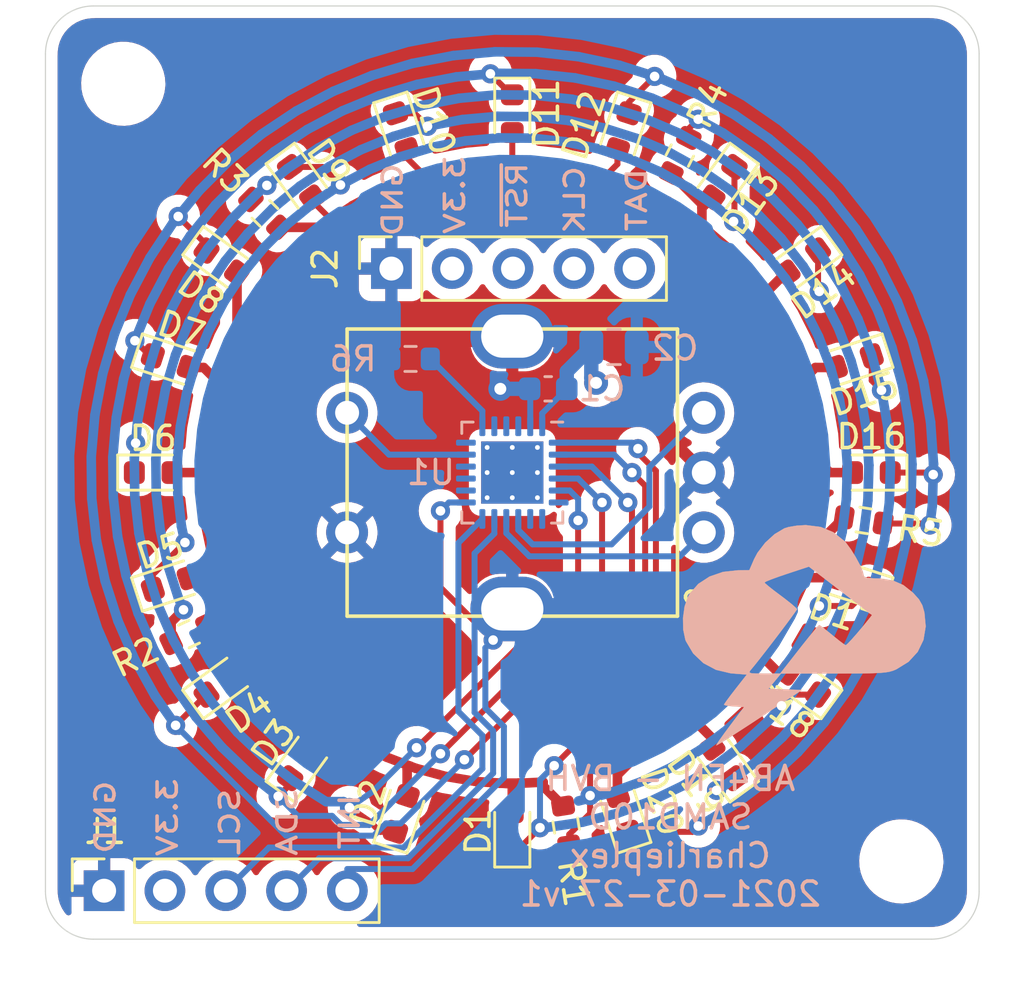
<source format=kicad_pcb>
(kicad_pcb (version 20210424) (generator pcbnew)
  (layers (0 "F.Cu" signal) (1 "In1.Cu" signal) (2 "In2.Cu" signal) (31 "B.Cu" signal) (34 "B.Paste" user) (35 "F.Paste" user) (36 "B.SilkS" user "B.Silkscreen") (37 "F.SilkS" user "F.Silkscreen") (38 "B.Mask" user) (39 "F.Mask" user) (44 "Edge.Cuts" user))
  (net 0 "")
  (net 1 "/B_Col")
  (net 2 "/C_Col")
  (net 3 "A")
  (net 4 "B")
  (net 5 "C")
  (net 6 "/D_Col")
  (net 7 "GND")
  (net 8 "+3V3")
  (net 9 "D")
  (net 10 "E")
  (net 11 "/E_Col")
  (net 12 "/A_Col")
  (net 15 "I2C_SDA")
  (net 16 "I2C_SCL")
  (net 17 "SWDIO")
  (net 18 "INT")
  (net 25 "ENC_B")
  (net 26 "ENC_A")
  (net 27 "ENC_SW")
  (net 28 "SWCLK")
  (net 29 "~RESET")
  (footprint "LED_SMD:LED_0603_1608Metric" (layer "F.Cu") (at 154.635254 85.734152 -108)
    (fp_text reference "D12")
    (fp_text value "LED")
  )
  (footprint "LED_SMD:LED_0603_1608Metric" (layer "F.Cu") (at 150 115 90)
    (fp_text reference "D1")
    (fp_text value "LED")
  )
  (footprint "LED_SMD:LED_0603_1608Metric" (layer "F.Cu") (at 150 85 -90)
    (fp_text reference "D11")
    (fp_text value "LED")
  )
  (footprint "MountingHole:MountingHole_2.5mm" (layer "F.Cu") (at 133.75 83.75)
    (fp_text reference "H1" hide)
    (fp_text value "MountingHole")
  )
  (footprint "LED_SMD:LED_0603_1608Metric" (layer "F.Cu") (at 135.734152 95.364745 -18)
    (fp_text reference "D7")
    (fp_text value "LED")
  )
  (footprint "LED_SMD:LED_0603_1608Metric" (layer "F.Cu") (at 154.635254 114.265847 108)
    (fp_text reference "D20")
    (fp_text value "LED")
  )
  (footprint "LED_SMD:LED_0603_1608Metric" (layer "F.Cu") (at 162.135254 108.816778 144)
    (fp_text reference "D18")
    (fp_text value "LED")
  )
  (footprint "LED_SMD:LED_0603_1608Metric" (layer "F.Cu") (at 135.734152 104.635254 18)
    (fp_text reference "D5")
    (fp_text value "LED")
  )
  (footprint "LED_SMD:LED_0603_1608Metric" (layer "F.Cu") (at 164.265847 104.635254 162)
    (fp_text reference "D17")
    (fp_text value "LED")
  )
  (footprint "LED_SMD:LED_0603_1608Metric" (layer "F.Cu") (at 158.816778 112.135254 126)
    (fp_text reference "D19")
    (fp_text value "LED")
  )
  (footprint "Resistor_SMD:R_0603_1608Metric" (layer "F.Cu") (at 136.497704 106.75 25)
    (fp_text reference "R2")
    (fp_text value "R_Small")
  )
  (footprint "LED_SMD:LED_0603_1608Metric" (layer "F.Cu") (at 141.183221 87.864745 -54)
    (fp_text reference "D9")
    (fp_text value "LED")
  )
  (footprint "Resistor_SMD:R_0603_1608Metric" (layer "F.Cu") (at 152.25 114.75 99)
    (fp_text reference "R1")
    (fp_text value "R_Small")
  )
  (footprint "LED_SMD:LED_0603_1608Metric" (layer "F.Cu") (at 164.265847 95.364745 -162)
    (fp_text reference "D15")
    (fp_text value "LED")
  )
  (footprint "LED_SMD:LED_0603_1608Metric" (layer "F.Cu") (at 137.864745 91.183221 -36)
    (fp_text reference "D8")
    (fp_text value "LED")
  )
  (footprint "Resistor_SMD:R_0603_1608Metric" (layer "F.Cu") (at 164.675 102 171)
    (fp_text reference "R5")
    (fp_text value "R_Small")
  )
  (footprint "LED_SMD:LED_0603_1608Metric" (layer "F.Cu") (at 135 100)
    (fp_text reference "D6")
    (fp_text value "LED")
  )
  (footprint "Connector_PinSocket_2.54mm:PinSocket_1x05_P2.54mm_Vertical" (layer "F.Cu") (at 132.95 117.475 90)
    (fp_text reference "J1")
    (fp_text value "Conn_01x05")
  )
  (footprint "LED_SMD:LED_0603_1608Metric" (layer "F.Cu") (at 145.364745 114.265847 72)
    (fp_text reference "D2")
    (fp_text value "LED")
  )
  (footprint "LED_SMD:LED_0603_1608Metric" (layer "F.Cu") (at 162.135254 91.183221 -144)
    (fp_text reference "D14")
    (fp_text value "LED")
  )
  (footprint "Resistor_SMD:R_0603_1608Metric" (layer "F.Cu") (at 157 86.75 -117)
    (fp_text reference "R4")
    (fp_text value "R_Small")
  )
  (footprint "LED_SMD:LED_0603_1608Metric" (layer "F.Cu") (at 141.183221 112.135254 54)
    (fp_text reference "D3")
    (fp_text value "LED")
  )
  (footprint "Resistor_SMD:R_0603_1608Metric" (layer "F.Cu") (at 139.666637 89.166637 -45)
    (fp_text reference "R3")
    (fp_text value "R_Small")
  )
  (footprint "Connector_PinSocket_2.54mm:PinSocket_1x05_P2.54mm_Vertical" (layer "F.Cu") (at 144.95 91.475 90)
    (fp_text reference "J2")
    (fp_text value "Conn_01x05")
  )
  (footprint "MountingHole:MountingHole_2.5mm" (layer "F.Cu") (at 166.25 116.25)
    (fp_text reference "H2" hide)
    (fp_text value "MountingHole")
  )
  (footprint "LED_SMD:LED_0603_1608Metric" (layer "F.Cu") (at 165 100 180)
    (fp_text reference "D16")
    (fp_text value "LED")
  )
  (footprint "BVH_Logos:SkyIron_logo_Back" (layer "F.Cu") (at 161.524279 106.791727)
    (fp_text reference "G***" hide)
    (fp_text value "LOGO" hide)
  )
  (footprint "LED_SMD:LED_0603_1608Metric" (layer "F.Cu") (at 137.864745 108.816778 36)
    (fp_text reference "D4")
    (fp_text value "LED")
  )
  (footprint "LED_SMD:LED_0603_1608Metric" (layer "F.Cu") (at 145.364745 85.734152 -72)
    (fp_text reference "D10")
    (fp_text value "LED")
  )
  (footprint "LED_SMD:LED_0603_1608Metric" (layer "F.Cu") (at 158.816778 87.864745 -126)
    (fp_text reference "D13")
    (fp_text value "LED")
  )
  (footprint "BVH_Switches:Rotary_Encoder_W_Switch" (layer "F.Cu") (at 150 100)
    (fp_text reference "S1")
    (fp_text value "ROTARY_ENCODER_W_SPST")
  )
  (footprint "Package_DFN_QFN:QFN-24-1EP_4x4mm_P0.5mm_EP2.6x2.6mm_ThermalVias" (layer "B.Cu") (at 150 100 180)
    (fp_text reference "U1")
    (fp_text value "ATSAMD10D13A-M")
  )
  (footprint "Resistor_SMD:R_0603_1608Metric" (layer "B.Cu") (at 145.75 95.25)
    (fp_text reference "R6")
    (fp_text value "1k")
  )
  (footprint "Capacitor_SMD:C_0603_1608Metric" (layer "B.Cu") (at 151.5 96.5 180)
    (fp_text reference "C1")
    (fp_text value "0.1uF")
  )
  (footprint "Capacitor_SMD:C_0805_2012Metric" (layer "B.Cu") (at 154.25 94.75)
    (fp_text reference "C2")
    (fp_text value "10uF")
  )
  (gr_arc (start 167.5 82.5) (end 169.5 82.5) (angle -90) (layer "Edge.Cuts") (width 0.05))
  (gr_line (start 130.5 117.5) (end 130.5 82.5) (layer "Edge.Cuts") (width 0.05))
  (gr_arc (start 132.5 82.5) (end 132.5 80.5) (angle -90) (layer "Edge.Cuts") (width 0.05))
  (gr_arc (start 132.5 117.5) (end 130.5 117.5) (angle -90) (layer "Edge.Cuts") (width 0.05))
  (gr_arc (start 167.5 117.5) (end 167.5 119.5) (angle -90) (layer "Edge.Cuts") (width 0.05))
  (gr_line (start 132.5 80.5) (end 167.5 80.5) (layer "Edge.Cuts") (width 0.05))
  (gr_line (start 167.5 119.5) (end 132.5 119.5) (layer "Edge.Cuts") (width 0.05))
  (gr_line (start 169.5 82.5) (end 169.5 117.5) (layer "Edge.Cuts") (width 0.05))
  (gr_text "3.3V" (at 147.6 88.4 90) (layer "B.SilkS") (effects (font (size 0.8 1)) (justify mirror)))
  (gr_text "CLK" (at 152.6 88.6 90) (layer "B.SilkS") (effects (font (size 0.8 1)) (justify mirror)))
  (gr_text "DAT" (at 155.2 88.6 90) (layer "B.SilkS") (effects (font (size 0.8 1)) (justify mirror)))
  (gr_text "GND" (at 145 88.6 90) (layer "B.SilkS") (effects (font (size 0.8 1)) (justify mirror)))
  (gr_text "SDA" (at 140.6 114.6 90) (layer "B.SilkS") (effects (font (size 0.8 1)) (justify mirror)))
  (gr_text "AB4EN - BVH\nSAMD10D\nCharlieplex\n2021-03-27 v1" (at 156.6 115.2) (layer "B.SilkS") (effects (font (size 1 1)) (justify mirror)))
  (gr_text "~RST" (at 150.2 88.4 90) (layer "B.SilkS") (effects (font (size 0.8 1)) (justify mirror)))
  (gr_text "3.3V" (at 135.6 114.4 90) (layer "B.SilkS") (effects (font (size 0.8 1)) (justify mirror)))
  (gr_text "GND" (at 133 114.4 90) (layer "B.SilkS") (effects (font (size 0.8 1)) (justify mirror)))
  (gr_text "INT" (at 143.2 114.6 90) (layer "B.SilkS") (effects (font (size 0.8 1)) (justify mirror)))
  (gr_text "SCL" (at 138.2 114.6 90) (layer "B.SilkS") (effects (font (size 0.8 1)) (justify mirror)))
  (segment (start 137.832772 106.167228) (end 137.59866 106.40134) (width 0.4) (layer "F.Cu") (net 1))
  (segment locked (start 137.108096 95.608096) (end 137.610313 96.110313) (width 0.4) (layer "F.Cu") (net 1))
  (segment locked (start 137.168062 102.083428) (end 137.024605 100.799021) (width 0.4) (layer "F.Cu") (net 1))
  (segment locked (start 137.01502 99.98498) (end 137.009389 99.506717) (width 0.4) (layer "F.Cu") (net 1))
  (segment locked (start 137.36301 96.94946) (end 137.610313 96.110313) (width 0.4) (layer "F.Cu") (net 1))
  (segment locked (start 137.608097 104.391903) (end 137.733082 104.266918) (width 0.4) (layer "F.Cu") (net 1))
  (segment locked (start 136.483109 95.608096) (end 137.108096 95.608096) (width 0.4) (layer "F.Cu") (net 1))
  (segment locked (start 137.832772 104.577977) (end 137.733082 104.266918) (width 0.4) (layer "F.Cu") (net 1))
  (segment (start 138.501846 93.979028) (end 138.490437 93.990437) (width 0.4) (layer "F.Cu") (net 1))
  (segment locked (start 135.7875 100) (end 137 100) (width 0.4) (layer "F.Cu") (net 1))
  (segment (start 138.490437 93.990437) (end 138.818084 93.36946) (width 0.4) (layer "F.Cu") (net 1))
  (segment locked (start 137.122563 98.219289) (end 137.36301 96.94946) (width 0.4) (layer "F.Cu") (net 1))
  (segment (start 137.832772 104.577977) (end 137.832772 106.167228) (width 0.4) (layer "F.Cu") (net 1))
  (segment locked (start 137.610313 96.110313) (end 137.728353 95.70978) (width 0.4) (layer "F.Cu") (net 1))
  (segment locked (start 137.009389 99.506717) (end 137.122563 98.219289) (width 0.4) (layer "F.Cu") (net 1))
  (segment locked (start 137.733082 104.266918) (end 137.438341 103.347243) (width 0.4) (layer "F.Cu") (net 1))
  (segment locked (start 137.438341 103.347243) (end 137.168062 102.083428) (width 0.4) (layer "F.Cu") (net 1))
  (segment locked (start 137.024605 100.799021) (end 137.01502 99.98498) (width 0.4) (layer "F.Cu") (net 1))
  (segment locked (start 137 100) (end 137.01502 99.98498) (width 0.4) (layer "F.Cu") (net 1))
  (segment locked (start 136.483109 104.391903) (end 137.608097 104.391903) (width 0.4) (layer "F.Cu") (net 1))
  (segment locked (start 137.728353 95.70978) (end 138.21498 94.512502) (width 0.4) (layer "F.Cu") (net 1))
  (segment (start 138.501846 91.646102) (end 138.501846 93.979028) (width 0.4) (layer "F.Cu") (net 1))
  (segment (start 138.21498 94.512502) (end 138.490437 93.990437) (width 0.4) (layer "F.Cu") (net 1))
  (segment (start 137.59866 106.40134) (end 137.245408 106.40134) (width 0.4) (layer "F.Cu") (net 1))
  (segment locked (start 152.044314 87.161772) (end 153.308947 87.428199) (width 0.4) (layer "F.Cu") (net 2))
  (segment locked (start 141.646102 88.646102) (end 142.437177 89.437177) (width 0.25) (layer "F.Cu") (net 2))
  (segment locked (start 145.608096 86.483109) (end 145.608096 86.858096) (width 0.25) (layer "F.Cu") (net 2))
  (segment (start 142.065324 89.75) (end 140.25 89.75) (width 0.4) (layer "F.Cu") (net 2))
  (segment locked (start 145.672403 87.741484) (end 146.303425 87.553425) (width 0.4) (layer "F.Cu") (net 2))
  (segment locked (start 150 85.7875) (end 150 87) (width 0.25) (layer "F.Cu") (net 2))
  (segment (start 142.260084 89.55524) (end 142.065324 89.75) (width 0.4) (layer "F.Cu") (net 2))
  (segment locked (start 154.391903 87.108097) (end 153.888127 87.611873) (width 0.25) (layer "F.Cu") (net 2))
  (segment locked (start 145.608096 86.858096) (end 146.303425 87.553425) (width 0.25) (layer "F.Cu") (net 2))
  (segment locked (start 142.437177 89.437177) (end 143.335415 88.838342) (width 0.4) (layer "F.Cu") (net 2))
  (segment locked (start 149.467132 87.010952) (end 149.984533 87.015467) (width 0.4) (layer "F.Cu") (net 2))
  (segment locked (start 143.335415 88.838342) (end 144.476614 88.231758) (width 0.4) (layer "F.Cu") (net 2))
  (segment locked (start 154.391903 86.483109) (end 154.391903 87.108097) (width 0.25) (layer "F.Cu") (net 2))
  (segment locked (start 142.260084 89.55524) (end 142.437177 89.437177) (width 0.4) (layer "F.Cu") (net 2))
  (segment locked (start 146.303425 87.553425) (end 146.910964 87.372365) (width 0.4) (layer "F.Cu") (net 2))
  (segment locked (start 150.759476 87.02223) (end 152.044314 87.161772) (width 0.4) (layer "F.Cu") (net 2))
  (segment locked (start 146.910964 87.372365) (end 148.180054 87.128049) (width 0.4) (layer "F.Cu") (net 2))
  (segment locked (start 153.308947 87.428199) (end 153.888127 87.611873) (width 0.4) (layer "F.Cu") (net 2))
  (segment locked (start 150 87) (end 149.984533 87.015467) (width 0.25) (layer "F.Cu") (net 2))
  (segment locked (start 149.984533 87.015467) (end 150.759476 87.02223) (width 0.4) (layer "F.Cu") (net 2))
  (segment locked (start 144.476614 88.231758) (end 145.672403 87.741484) (width 0.4) (layer "F.Cu") (net 2))
  (segment locked (start 148.180054 87.128049) (end 149.467132 87.010952) (width 0.4) (layer "F.Cu") (net 2))
  (segment (start 155.25 109.386424) (end 155.25 110) (width 0.25) (layer "F.Cu") (net 3))
  (segment locked (start 159.279659 87.227644) (end 159.279659 89.470341) (width 0.25) (layer "F.Cu") (net 3))
  (segment (start 155.25 99.176983) (end 156.000009 99.926992) (width 0.25) (layer "F.Cu") (net 3))
  (segment locked (start 140.72034 87.227644) (end 142.070646 87.227644) (width 0.25) (layer "F.Cu") (net 3))
  (segment (start 153.25 114.25) (end 153.25 113.5) (width 0.25) (layer "F.Cu") (net 3))
  (segment (start 156.000009 108.636415) (end 155.25 109.386424) (width 0.25) (layer "F.Cu") (net 3))
  (segment (start 155.25 110) (end 153.25 112) (width 0.25) (layer "F.Cu") (net 3))
  (segment locked (start 164.174727 105.575273) (end 162.825273 105.575273) (width 0.25) (layer "F.Cu") (net 3))
  (segment (start 155.25 99) (end 155.25 99.176983) (width 0.25) (layer "F.Cu") (net 3))
  (segment locked (start 164.871395 104.878605) (end 164.174727 105.575273) (width 0.25) (layer "F.Cu") (net 3))
  (segment (start 156.000009 99.926992) (end 156.000009 108.636415) (width 0.25) (layer "F.Cu") (net 3))
  (segment locked (start 142.070646 87.227644) (end 142.822754 87.979752) (width 0.25) (layer "F.Cu") (net 3))
  (segment (start 153.25 113.5) (end 153.221401 113.471401) (width 0.25) (layer "F.Cu") (net 3))
  (segment locked (start 134.985195 104.264805) (end 136.326396 102.923604) (width 0.25) (layer "F.Cu") (net 3))
  (segment (start 153.25 112) (end 153.25 113.5) (width 0.25) (layer "F.Cu") (net 3))
  (segment locked (start 159.279659 89.470341) (end 159.243935 89.506065) (width 0.25) (layer "F.Cu") (net 3))
  (segment (start 152.379058 115.120942) (end 153.25 114.25) (width 0.25) (layer "F.Cu") (net 3))
  (segment locked (start 134.985195 104.878605) (end 134.985195 104.264805) (width 0.25) (layer "F.Cu") (net 3))
  (segment (start 152.379058 115.564843) (end 152.379058 115.120942) (width 0.25) (layer "F.Cu") (net 3))
  (via (at 153.25 113.5) (size 0.8) (drill 0.4) (layers "F.Cu" "B.Cu") (net 3))
  (via (at 155.25 99) (size 0.8) (drill 0.4) (layers "F.Cu" "B.Cu") (net 3))
  (via locked (at 142.822754 87.979752) (size 0.8) (drill 0.4) (layers "F.Cu" "B.Cu") (net 3))
  (via locked (at 136.326396 102.923604) (size 0.8) (drill 0.4) (layers "F.Cu" "B.Cu") (net 3))
  (via locked (at 162.825273 105.575273) (size 0.8) (drill 0.4) (layers "F.Cu" "B.Cu") (net 3))
  (via locked (at 159.243935 89.506065) (size 0.8) (drill 0.4) (layers "F.Cu" "B.Cu") (net 3))
  (segment locked (start 149.426142 86.011795) (end 150.817897 86.02394) (width 0.4) (layer "B.Cu") (net 3))
  (segment locked (start 163.664327 96.952814) (end 163.899364 98.324633) (width 0.4) (layer "B.Cu") (net 3))
  (segment locked (start 153.563482 86.461138) (end 154.890175 86.881868) (width 0.4) (layer "B.Cu") (net 3))
  (segment locked (start 155.423776 112.906658) (end 154.115443 113.381416) (width 0.4) (layer "B.Cu") (net 3))
  (segment locked (start 136.390934 96.714803) (end 136.78438 95.379763) (width 0.4) (layer "B.Cu") (net 3))
  (segment locked (start 163.015129 105.15806) (end 162.825273 105.575273) (width 0.4) (layer "B.Cu") (net 3))
  (segment locked (start 163.956356 101.104224) (end 163.777747 102.484525) (width 0.4) (layer "B.Cu") (net 3))
  (segment locked (start 160.555727 90.803489) (end 161.416706 91.897037) (width 0.4) (layer "B.Cu") (net 3))
  (segment locked (start 158.530332 88.898981) (end 159.243935 89.506065) (width 0.4) (layer "B.Cu") (net 3))
  (segment locked (start 144.051738 87.326508) (end 145.339511 86.798521) (width 0.4) (layer "B.Cu") (net 3))
  (segment locked (start 136.18099 102.243691) (end 136.026498 100.860484) (width 0.4) (layer "B.Cu") (net 3))
  (segment (start 151.9375 98.75) (end 155 98.75) (width 0.25) (layer "B.Cu") (net 3))
  (segment locked (start 162.825273 105.575273) (end 162.438658 106.424871) (width 0.4) (layer "B.Cu") (net 3))
  (segment locked (start 150.817897 86.02394) (end 152.201569 86.174216) (width 0.4) (layer "B.Cu") (net 3))
  (segment locked (start 152.201569 86.174216) (end 153.563482 86.461138) (width 0.4) (layer "B.Cu") (net 3))
  (segment locked (start 146.673346 86.401008) (end 148.040059 86.137899) (width 0.4) (layer "B.Cu") (net 3))
  (segment locked (start 154.890175 86.881868) (end 156.168537 87.43225) (width 0.4) (layer "B.Cu") (net 3))
  (segment locked (start 142.822754 87.979752) (end 144.051738 87.326508) (width 0.4) (layer "B.Cu") (net 3))
  (segment locked (start 145.339511 86.798521) (end 146.673346 86.401008) (width 0.4) (layer "B.Cu") (net 3))
  (segment locked (start 156.168537 87.43225) (end 157.385934 88.106843) (width 0.4) (layer "B.Cu") (net 3))
  (segment locked (start 157.867226 111.580411) (end 156.678504 112.304339) (width 0.4) (layer "B.Cu") (net 3))
  (segment locked (start 136.026498 100.860484) (end 136.010111 99.468772) (width 0.4) (layer "B.Cu") (net 3))
  (segment locked (start 140.589037 89.635012) (end 141.664705 88.751797) (width 0.4) (layer "B.Cu") (net 3))
  (segment locked (start 159.590423 89.800834) (end 160.555727 90.803489) (width 0.4) (layer "B.Cu") (net 3))
  (segment locked (start 163.899364 98.324633) (end 163.997029 99.71301) (width 0.4) (layer "B.Cu") (net 3))
  (segment locked (start 136.010111 99.468772) (end 136.131991 98.082311) (width 0.4) (layer "B.Cu") (net 3))
  (segment locked (start 163.777747 102.484525) (end 163.462968 103.84027) (width 0.4) (layer "B.Cu") (net 3))
  (segment locked (start 159.243935 89.506065) (end 159.590423 89.800834) (width 0.4) (layer "B.Cu") (net 3))
  (segment locked (start 139.606381 90.620667) (end 140.589037 89.635012) (width 0.4) (layer "B.Cu") (net 3))
  (segment locked (start 160.000425 109.797483) (end 158.978193 110.742031) (width 0.4) (layer "B.Cu") (net 3))
  (segment locked (start 137.30844 94.090387) (end 137.957936 92.859418) (width 0.4) (layer "B.Cu") (net 3))
  (segment locked (start 160.92382 108.756102) (end 160.000425 109.797483) (width 0.4) (layer "B.Cu") (net 3))
  (segment locked (start 161.416706 91.897037) (end 162.164849 93.070669) (width 0.4) (layer "B.Cu") (net 3))
  (segment locked (start 156.678504 112.304339) (end 155.423776 112.906658) (width 0.4) (layer "B.Cu") (net 3))
  (segment locked (start 163.997029 99.71301) (end 163.956356 101.104224) (width 0.4) (layer "B.Cu") (net 3))
  (segment locked (start 138.726448 91.699022) (end 139.606381 90.620667) (width 0.4) (layer "B.Cu") (net 3))
  (segment locked (start 162.792763 94.312786) (end 163.294241 95.611111) (width 0.4) (layer "B.Cu") (net 3))
  (segment locked (start 136.78438 95.379763) (end 137.30844 94.090387) (width 0.4) (layer "B.Cu") (net 3))
  (segment locked (start 163.294241 95.611111) (end 163.664327 96.952814) (width 0.4) (layer "B.Cu") (net 3))
  (segment locked (start 137.957936 92.859418) (end 138.726448 91.699022) (width 0.4) (layer "B.Cu") (net 3))
  (segment locked (start 162.164849 93.070669) (end 162.792763 94.312786) (width 0.4) (layer "B.Cu") (net 3))
  (segment locked (start 157.385934 88.106843) (end 158.530332 88.898981) (width 0.4) (layer "B.Cu") (net 3))
  (segment locked (start 136.131991 98.082311) (end 136.390934 96.714803) (width 0.4) (layer "B.Cu") (net 3))
  (segment locked (start 158.978193 110.742031) (end 157.867226 111.580411) (width 0.4) (layer "B.Cu") (net 3))
  (segment locked (start 154.115443 113.381416) (end 152.766436 113.723921) (width 0.4) (layer "B.Cu") (net 3))
  (segment locked (start 136.326396 102.923604) (end 136.18099 102.243691) (width 0.4) (layer "B.Cu") (net 3))
  (segment locked (start 161.73925 107.628183) (end 160.92382 108.756102) (width 0.4) (layer "B.Cu") (net 3))
  (segment (start 155 98.75) (end 155.25 99) (width 0.25) (layer "B.Cu") (net 3))
  (segment locked (start 163.462968 103.84027) (end 163.015129 105.15806) (width 0.4) (layer "B.Cu") (net 3))
  (segment locked (start 148.040059 86.137899) (end 149.426142 86.011795) (width 0.4) (layer "B.Cu") (net 3))
  (segment locked (start 162.438658 106.424871) (end 161.73925 107.628183) (width 0.4) (layer "B.Cu") (net 3))
  (segment locked (start 141.664705 88.751797) (end 142.822754 87.979752) (width 0.4) (layer "B.Cu") (net 3))
  (segment (start 150.2125 115.7875) (end 151.157645 114.842355) (width 0.25) (layer "F.Cu") (net 4))
  (segment locked (start 162.772355 109.279659) (end 161.713867 109.279659) (width 0.25) (layer "F.Cu") (net 4))
  (segment locked (start 161.713867 109.279659) (end 161.246763 109.746763) (width 0.25) (layer "F.Cu") (net 4))
  (segment locked (start 145.917897 84.985195) (end 146.459489 85.526787) (width 0.25) (layer "F.Cu") (net 4))
  (segment locked (start 162.772355 90.72034) (end 162.772355 92.379379) (width 0.25) (layer "F.Cu") (net 4))
  (segment locked (start 145.121394 84.985195) (end 145.917897 84.985195) (width 0.25) (layer "F.Cu") (net 4))
  (segment (start 135.75 107.09866) (end 135.75 106.25) (width 0.4) (layer "F.Cu") (net 4))
  (segment (start 155 100) (end 155.549989 100.549989) (width 0.25) (layer "F.Cu") (net 4))
  (segment locked (start 162.772355 92.379379) (end 162.821488 92.428512) (width 0.25) (layer "F.Cu") (net 4))
  (segment (start 155.549989 100.549989) (end 155.549989 108.450011) (width 0.25) (layer "F.Cu") (net 4))
  (segment (start 155.549989 108.450011) (end 151.75 112.25) (width 0.25) (layer "F.Cu") (net 4))
  (segment (start 135.75 106.25) (end 136.265922 105.734078) (width 0.4) (layer "F.Cu") (net 4))
  (via locked (at 161.246763 109.746763) (size 0.8) (drill 0.4) (layers "F.Cu" "B.Cu") (net 4))
  (via locked (at 146.459489 85.526787) (size 0.8) (drill 0.4) (layers "F.Cu" "B.Cu") (net 4))
  (via (at 136.265922 105.734078) (size 0.8) (drill 0.4) (layers "F.Cu" "B.Cu") (net 4))
  (via (at 151.157645 114.842355) (size 0.8) (drill 0.4) (layers "F.Cu" "B.Cu") (net 4))
  (via (at 155 100) (size 0.8) (drill 0.4) (layers "F.Cu" "B.Cu") (net 4))
  (via (at 151.75 112.25) (size 0.8) (drill 0.4) (layers "F.Cu" "B.Cu") (net 4))
  (via locked (at 162.821488 92.428512) (size 0.8) (drill 0.4) (layers "F.Cu" "B.Cu") (net 4))
  (segment locked (start 138.001719 91.165387) (end 138.938219 90.017709) (width 0.4) (layer "B.Cu") (net 4))
  (segment locked (start 164.792896 98.216931) (end 164.896839 99.694561) (width 0.4) (layer "B.Cu") (net 4))
  (segment locked (start 147.914062 85.246764) (end 149.389251 85.112552) (width 0.4) (layer "B.Cu") (net 4))
  (segment locked (start 136.492554 93.710483) (end 137.183803 92.40038) (width 0.4) (layer "B.Cu") (net 4))
  (segment locked (start 135.934803 95.082748) (end 136.492554 93.710483) (width 0.4) (layer "B.Cu") (net 4))
  (segment locked (start 135.11076 99.434622) (end 135.240475 97.959031) (width 0.4) (layer "B.Cu") (net 4))
  (segment locked (start 135.602406 103.836456) (end 135.292624 102.387929) (width 0.4) (layer "B.Cu") (net 4))
  (segment (start 151.157645 112.842355) (end 151.157645 114.842355) (width 0.25) (layer "B.Cu") (net 4))
  (segment locked (start 137.183803 92.40038) (end 138.001719 91.165387) (width 0.4) (layer "B.Cu") (net 4))
  (segment locked (start 164.148871 95.328968) (end 164.542749 96.756923) (width 0.4) (layer "B.Cu") (net 4))
  (segment locked (start 162.821488 92.428512) (end 162.946876 92.625211) (width 0.4) (layer "B.Cu") (net 4))
  (segment locked (start 152.343099 85.285415) (end 153.792563 85.590781) (width 0.4) (layer "B.Cu") (net 4))
  (segment (start 154.25 99.25) (end 155 100) (width 0.25) (layer "B.Cu") (net 4))
  (segment locked (start 153.792563 85.590781) (end 155.204544 86.038559) (width 0.4) (layer "B.Cu") (net 4))
  (segment locked (start 162.493917 108.118566) (end 161.626066 109.318995) (width 0.4) (layer "B.Cu") (net 4))
  (segment locked (start 159.555363 111.43259) (end 158.372976 112.324867) (width 0.4) (layer "B.Cu") (net 4))
  (segment locked (start 149.389251 85.112552) (end 150.870477 85.125478) (width 0.4) (layer "B.Cu") (net 4))
  (segment locked (start 157.107837 113.095333) (end 155.772448 113.736373) (width 0.4) (layer "B.Cu") (net 4))
  (segment locked (start 163.238286 106.837899) (end 162.493917 108.118566) (width 0.4) (layer "B.Cu") (net 4))
  (segment locked (start 145.039908 85.949854) (end 146.459489 85.526787) (width 0.4) (layer "B.Cu") (net 4))
  (segment locked (start 142.361359 87.207022) (end 143.66935 86.511783) (width 0.4) (layer "B.Cu") (net 4))
  (segment locked (start 135.1282 100.915801) (end 135.11076 99.434622) (width 0.4) (layer "B.Cu") (net 4))
  (segment locked (start 155.772448 113.736373) (end 154.380008 114.241651) (width 0.4) (layer "B.Cu") (net 4))
  (segment locked (start 143.66935 86.511783) (end 145.039908 85.949854) (width 0.4) (layer "B.Cu") (net 4))
  (segment (start 136.265922 105.734078) (end 136.054484 105.247066) (width 0.4) (layer "B.Cu") (net 4))
  (segment locked (start 164.542749 96.756923) (end 164.792896 98.216931) (width 0.4) (layer "B.Cu") (net 4))
  (segment locked (start 139.984046 88.96869) (end 141.128864 88.028698) (width 0.4) (layer "B.Cu") (net 4))
  (segment locked (start 160.20695 89.145173) (end 161.23431 90.212284) (width 0.4) (layer "B.Cu") (net 4))
  (segment locked (start 162.946876 92.625211) (end 163.615155 93.947179) (width 0.4) (layer "B.Cu") (net 4))
  (segment locked (start 155.204544 86.038559) (end 156.565087 86.624322) (width 0.4) (layer "B.Cu") (net 4))
  (segment locked (start 164.896839 99.694561) (end 164.853551 101.17521) (width 0.4) (layer "B.Cu") (net 4))
  (segment locked (start 135.292624 102.387929) (end 135.1282 100.915801) (width 0.4) (layer "B.Cu") (net 4))
  (segment locked (start 161.23431 90.212284) (end 162.150638 91.376131) (width 0.4) (layer "B.Cu") (net 4))
  (segment locked (start 160.64331 110.427321) (end 159.555363 111.43259) (width 0.4) (layer "B.Cu") (net 4))
  (segment locked (start 162.150638 91.376131) (end 162.821488 92.428512) (width 0.4) (layer "B.Cu") (net 4))
  (segment locked (start 158.372976 112.324867) (end 157.107837 113.095333) (width 0.4) (layer "B.Cu") (net 4))
  (segment locked (start 150.870477 85.125478) (end 152.343099 85.285415) (width 0.4) (layer "B.Cu") (net 4))
  (segment (start 151.9375 99.25) (end 154.25 99.25) (width 0.25) (layer "B.Cu") (net 4))
  (segment locked (start 135.240475 97.959031) (end 135.516064 96.503611) (width 0.4) (layer "B.Cu") (net 4))
  (segment locked (start 136.054484 105.247066) (end 135.602406 103.836456) (width 0.4) (layer "B.Cu") (net 4))
  (segment locked (start 138.938219 90.017709) (end 139.984046 88.96869) (width 0.4) (layer "B.Cu") (net 4))
  (segment locked (start 163.615155 93.947179) (end 164.148871 95.328968) (width 0.4) (layer "B.Cu") (net 4))
  (segment locked (start 135.516064 96.503611) (end 135.934803 95.082748) (width 0.4) (layer "B.Cu") (net 4))
  (segment locked (start 164.66346 102.644244) (end 164.328445 104.087144) (width 0.4) (layer "B.Cu") (net 4))
  (segment locked (start 159.078711 88.185344) (end 160.20695 89.145173) (width 0.4) (layer "B.Cu") (net 4))
  (segment locked (start 146.459489 85.526787) (end 147.914062 85.246764) (width 0.4) (layer "B.Cu") (net 4))
  (segment locked (start 164.853551 101.17521) (end 164.66346 102.644244) (width 0.4) (layer "B.Cu") (net 4))
  (segment locked (start 164.328445 104.087144) (end 163.851817 105.48965) (width 0.4) (layer "B.Cu") (net 4))
  (segment locked (start 163.851817 105.48965) (end 163.238286 106.837899) (width 0.4) (layer "B.Cu") (net 4))
  (segment locked (start 161.246763 109.746763) (end 160.64331 110.427321) (width 0.4) (layer "B.Cu") (net 4))
  (segment locked (start 154.380008 114.241651) (end 152.944279 114.606174) (width 0.4) (layer "B.Cu") (net 4))
  (segment locked (start 141.128864 88.028698) (end 142.361359 87.207022) (width 0.4) (layer "B.Cu") (net 4))
  (segment (start 136.341603 105.908397) (end 136.265922 105.734078) (width 0.4) (layer "B.Cu") (net 4))
  (segment locked (start 156.565087 86.624322) (end 157.860744 87.342283) (width 0.4) (layer "B.Cu") (net 4))
  (segment locked (start 152.944279 114.606174) (end 151.47945 114.826339) (width 0.4) (layer "B.Cu") (net 4))
  (segment locked (start 161.626066 109.318995) (end 161.246763 109.746763) (width 0.4) (layer "B.Cu") (net 4))
  (segment (start 151.75 112.25) (end 151.157645 112.842355) (width 0.25) (layer "B.Cu") (net 4))
  (segment locked (start 157.860744 87.342283) (end 159.078711 88.185344) (width 0.4) (layer "B.Cu") (net 4))
  (segment locked (start 159.039753 112.772355) (end 158.531054 113.281054) (width 0.25) (layer "F.Cu") (net 5))
  (segment (start 146.525278 111) (end 152.75 104.775278) (width 0.25) (layer "F.Cu") (net 5))
  (segment locked (start 165.014804 95.121394) (end 165.014804 96.154667) (width 0.25) (layer "F.Cu") (net 5))
  (segment (start 144.141768 114.641768) (end 144.108232 114.641768) (width 0.25) (layer "F.Cu") (net 5))
  (segment (start 146 111.5) (end 146.525278 111) (width 0.25) (layer "F.Cu") (net 5))
  (segment (start 144.108232 114.641768) (end 144.481268 115.014804) (width 0.25) (layer "F.Cu") (net 5))
  (segment (start 144.481268 115.014804) (end 145.121394 115.014804) (width 0.25) (layer "F.Cu") (net 5))
  (segment (start 143.2 114) (end 144.141768 114.641768) (width 0.25) (layer "F.Cu") (net 5))
  (segment (start 139.083274 88.583274) (end 139.164302 88.583274) (width 0.25) (layer "F.Cu") (net 5))
  (segment (start 152.75 104.775278) (end 152.75 102) (width 0.25) (layer "F.Cu") (net 5))
  (segment locked (start 165.014804 96.154667) (end 165.42117 96.561033) (width 0.25) (layer "F.Cu") (net 5))
  (segment (start 139.164302 88.583274) (end 139.748788 87.998788) (width 0.25) (layer "F.Cu") (net 5))
  (segment locked (start 134.2125 100) (end 134.2125 98.821678) (width 0.25) (layer "F.Cu") (net 5))
  (segment locked (start 134.2125 98.821678) (end 134.267089 98.767089) (width 0.25) (layer "F.Cu") (net 5))
  (via locked (at 143.2 114) (size 0.8) (drill 0.4) (layers "F.Cu" "B.Cu") (net 5))
  (via (at 152.75 102) (size 0.8) (drill 0.4) (layers "F.Cu" "B.Cu") (net 5))
  (via locked (at 134.267089 98.767089) (size 0.8) (drill 0.4) (layers "F.Cu" "B.Cu") (net 5))
  (via locked (at 165.42117 96.561033) (size 0.8) (drill 0.4) (layers "F.Cu" "B.Cu") (net 5))
  (via (at 139.748788 87.998788) (size 0.8) (drill 0.4) (layers "F.Cu" "B.Cu") (net 5))
  (via locked (at 158.531054 113.281054) (size 0.8) (drill 0.4) (layers "F.Cu" "B.Cu") (net 5))
  (via (at 146 111.5) (size 0.8) (drill 0.4) (layers "F.Cu" "B.Cu") (net 5))
  (segment locked (start 134.641196 96.29242) (end 135.085228 94.785733) (width 0.4) (layer "B.Cu") (net 5))
  (segment locked (start 134.267089 98.767089) (end 134.348961 97.835751) (width 0.4) (layer "B.Cu") (net 5))
  (segment (start 144.162564 113.337436) (end 146 111.5) (width 0.25) (layer "B.Cu") (net 5))
  (segment locked (start 134.348961 97.835751) (end 134.641196 96.29242) (width 0.4) (layer "B.Cu") (net 5))
  (segment (start 138.522549 110.858504) (end 137.501102 109.665224) (width 0.4) (layer "B.Cu") (net 5))
  (segment locked (start 162.884569 90.855227) (end 163.728902 92.179754) (width 0.4) (layer "B.Cu") (net 5))
  (segment locked (start 146.245633 84.652566) (end 147.788066 84.355629) (width 0.4) (layer "B.Cu") (net 5))
  (segment (start 152.75 101.101964) (end 152.75 102) (width 0.25) (layer "B.Cu") (net 5))
  (segment locked (start 140.593024 87.305599) (end 141.899965 86.434292) (width 0.4) (layer "B.Cu") (net 5))
  (segment locked (start 141.899965 86.434292) (end 143.286962 85.697059) (width 0.4) (layer "B.Cu") (net 5))
  (segment locked (start 138.467104 89.217104) (end 139.379056 88.30237) (width 0.4) (layer "B.Cu") (net 5))
  (segment locked (start 161.912893 89.62108) (end 162.884569 90.855227) (width 0.4) (layer "B.Cu") (net 5))
  (segment locked (start 163.728902 92.179754) (end 164.437547 93.581572) (width 0.4) (layer "B.Cu") (net 5))
  (segment locked (start 164.037914 107.250926) (end 163.248583 108.608949) (width 0.4) (layer "B.Cu") (net 5))
  (segment (start 151.9375 100.75) (end 152.398036 100.75) (width 0.25) (layer "B.Cu") (net 5))
  (segment locked (start 154.021644 84.720426) (end 155.518912 85.195251) (width 0.4) (layer "B.Cu") (net 5))
  (segment locked (start 165.750745 101.246196) (end 165.549172 102.803964) (width 0.4) (layer "B.Cu") (net 5))
  (segment (start 134.732753 104.068188) (end 134.404259 102.532166) (width 0.4) (layer "B.Cu") (net 5))
  (segment locked (start 158.335554 86.577723) (end 159.62709 87.471707) (width 0.4) (layer "B.Cu") (net 5))
  (segment locked (start 138.270058 89.414752) (end 138.467104 89.217104) (width 0.4) (layer "B.Cu") (net 5))
  (segment (start 135.837677 107.004826) (end 135.212138 105.564003) (width 0.4) (layer "B.Cu") (net 5))
  (segment locked (start 137.276991 90.631753) (end 138.270058 89.414752) (width 0.4) (layer "B.Cu") (net 5))
  (segment (start 139.657432 111.944466) (end 138.522549 110.858504) (width 0.4) (layer "B.Cu") (net 5))
  (segment locked (start 162.328311 109.881888) (end 161.286195 111.05716) (width 0.4) (layer "B.Cu") (net 5))
  (segment locked (start 135.085228 94.785733) (end 135.676668 93.33058) (width 0.4) (layer "B.Cu") (net 5))
  (segment locked (start 147.788066 84.355629) (end 149.35236 84.21331) (width 0.4) (layer "B.Cu") (net 5))
  (segment (start 143.2 114) (end 144.162564 113.337436) (width 0.25) (layer "B.Cu") (net 5))
  (segment locked (start 144.740306 85.101187) (end 146.245633 84.652566) (width 0.4) (layer "B.Cu") (net 5))
  (segment (start 142.952669 113.752669) (end 143.2 114) (width 0.4) (layer "B.Cu") (net 5))
  (segment locked (start 136.40967 91.941343) (end 137.276991 90.631753) (width 0.4) (layer "B.Cu") (net 5))
  (segment (start 136.603187 108.376419) (end 135.837677 107.004826) (width 0.4) (layer "B.Cu") (net 5))
  (segment locked (start 152.484628 84.396615) (end 154.021644 84.720426) (width 0.4) (layer "B.Cu") (net 5))
  (segment (start 139.748788 87.998788) (end 140.593024 87.305599) (width 0.4) (layer "B.Cu") (net 5))
  (segment locked (start 165.42117 96.561033) (end 165.686426 98.109229) (width 0.4) (layer "B.Cu") (net 5))
  (segment locked (start 158.878727 113.069322) (end 158.531054 113.281054) (width 0.4) (layer "B.Cu") (net 5))
  (segment (start 142.221628 113.752669) (end 140.894534 112.912376) (width 0.4) (layer "B.Cu") (net 5))
  (segment (start 135.212138 105.564003) (end 134.732753 104.068188) (width 0.4) (layer "B.Cu") (net 5))
  (segment locked (start 143.286962 85.697059) (end 144.740306 85.101187) (width 0.4) (layer "B.Cu") (net 5))
  (segment locked (start 165.193922 104.334019) (end 164.688504 105.821239) (width 0.4) (layer "B.Cu") (net 5))
  (segment locked (start 160.823477 88.489512) (end 161.912893 89.62108) (width 0.4) (layer "B.Cu") (net 5))
  (segment locked (start 150.923056 84.227018) (end 152.484628 84.396615) (width 0.4) (layer "B.Cu") (net 5))
  (segment locked (start 159.62709 87.471707) (end 160.823477 88.489512) (width 0.4) (layer "B.Cu") (net 5))
  (segment locked (start 165.549172 102.803964) (end 165.193922 104.334019) (width 0.4) (layer "B.Cu") (net 5))
  (segment (start 134.21141 99.400472) (end 134.267089 98.767089) (width 0.4) (layer "B.Cu") (net 5))
  (segment locked (start 165.686426 98.109229) (end 165.796647 99.676112) (width 0.4) (layer "B.Cu") (net 5))
  (segment locked (start 135.676668 93.33058) (end 136.40967 91.941343) (width 0.4) (layer "B.Cu") (net 5))
  (segment locked (start 161.286195 111.05716) (end 160.132532 112.12315) (width 0.4) (layer "B.Cu") (net 5))
  (segment locked (start 165.003501 95.046825) (end 165.42117 96.561033) (width 0.4) (layer "B.Cu") (net 5))
  (segment locked (start 156.961636 85.816396) (end 158.335554 86.577723) (width 0.4) (layer "B.Cu") (net 5))
  (segment locked (start 160.132532 112.12315) (end 158.878727 113.069322) (width 0.4) (layer "B.Cu") (net 5))
  (segment (start 134.229904 100.971118) (end 134.21141 99.400472) (width 0.4) (layer "B.Cu") (net 5))
  (segment (start 142.221628 113.752669) (end 142.952669 113.752669) (width 0.4) (layer "B.Cu") (net 5))
  (segment (start 140.894534 112.912376) (end 139.657432 111.944466) (width 0.4) (layer "B.Cu") (net 5))
  (segment (start 152.398036 100.75) (end 152.75 101.101964) (width 0.25) (layer "B.Cu") (net 5))
  (segment (start 139.379056 88.30237) (end 139.748788 87.998788) (width 0.4) (layer "B.Cu") (net 5))
  (segment (start 134.404259 102.532166) (end 134.229904 100.971118) (width 0.4) (layer "B.Cu") (net 5))
  (segment locked (start 164.437547 93.581572) (end 165.003501 95.046825) (width 0.4) (layer "B.Cu") (net 5))
  (segment locked (start 155.518912 85.195251) (end 156.961636 85.816396) (width 0.4) (layer "B.Cu") (net 5))
  (segment locked (start 165.796647 99.676112) (end 165.750745 101.246196) (width 0.4) (layer "B.Cu") (net 5))
  (segment locked (start 149.35236 84.21331) (end 150.923056 84.227018) (width 0.4) (layer "B.Cu") (net 5))
  (segment (start 137.501102 109.665224) (end 136.603187 108.376419) (width 0.4) (layer "B.Cu") (net 5))
  (segment locked (start 164.688504 105.821239) (end 164.037914 107.250926) (width 0.4) (layer "B.Cu") (net 5))
  (segment locked (start 163.248583 108.608949) (end 162.328311 109.881888) (width 0.4) (layer "B.Cu") (net 5))
  (segment locked (start 157.921023 88.780645) (end 156.625458 87.48508) (width 0.4) (layer "F.Cu") (net 6))
  (segment locked (start 164.2125 100) (end 163.263731 100) (width 0.4) (layer "F.Cu") (net 6))
  (segment locked (start 157.921023 89.691911) (end 158.905392 90.529346) (width 0.4) (layer "F.Cu") (net 6))
  (segment locked (start 163.51689 95.608096) (end 162.661159 95.608096) (width 0.4) (layer "F.Cu") (net 6))
  (segment locked (start 158.905392 90.529346) (end 159.801747 91.460383) (width 0.4) (layer "F.Cu") (net 6))
  (segment locked (start 160.601227 92.47582) (end 161.295931 93.565621) (width 0.4) (layer "F.Cu") (net 6))
  (segment locked (start 161.430945 91.646102) (end 160.601227 92.47582) (width 0.4) (layer "F.Cu") (net 6))
  (segment locked (start 161.878994 94.719015) (end 162.344652 95.924603) (width 0.4) (layer "F.Cu") (net 6))
  (segment locked (start 162.906552 98.444302) (end 162.997241 99.73351) (width 0.4) (layer "F.Cu") (net 6))
  (segment locked (start 162.661159 95.608096) (end 162.344652 95.924603) (width 0.4) (layer "F.Cu") (net 6))
  (segment locked (start 162.344652 95.924603) (end 162.688304 97.17047) (width 0.4) (layer "F.Cu") (net 6))
  (segment (start 157.921023 88.93472) (end 158.353897 88.501846) (width 0.4) (layer "F.Cu") (net 6))
  (segment locked (start 159.801747 91.460383) (end 160.601227 92.47582) (width 0.4) (layer "F.Cu") (net 6))
  (segment locked (start 163.263731 100) (end 162.997241 99.73351) (width 0.4) (layer "F.Cu") (net 6))
  (segment locked (start 161.295931 93.565621) (end 161.878994 94.719015) (width 0.4) (layer "F.Cu") (net 6))
  (segment locked (start 162.688304 97.17047) (end 162.906552 98.444302) (width 0.4) (layer "F.Cu") (net 6))
  (segment locked (start 157.921023 89.691911) (end 157.921023 88.780645) (width 0.4) (layer "F.Cu") (net 6))
  (via (at 149.5 96.5) (size 1) (drill 0.5) (layers "F.Cu" "B.Cu") (net 7))
  (segment (start 150.75 98.0625) (end 150.75 96.525) (width 0.25) (layer "B.Cu") (net 7))
  (segment (start 150.75 96.525) (end 150.725 96.5) (width 0.25) (layer "B.Cu") (net 7))
  (segment (start 150.725 96.5) (end 149.5 96.5) (width 0.6) (layer "B.Cu") (net 7))
  (segment (start 150.725 96.5) (end 150.75 96.5) (width 0.25) (layer "B.Cu") (net 7))
  (via (at 153.5 96.25) (size 1) (drill 0.5) (layers "F.Cu" "B.Cu") (net 8))
  (segment (start 153.3 94.75) (end 153.3 96.05) (width 0.6) (layer "B.Cu") (net 8))
  (segment (start 151.25 98.0625) (end 151.25 97.525) (width 0.25) (layer "B.Cu") (net 8))
  (segment (start 151.25 97.525) (end 152.275 96.5) (width 0.25) (layer "B.Cu") (net 8))
  (segment (start 153.3 96.05) (end 153.5 96.25) (width 0.6) (layer "B.Cu") (net 8))
  (segment (start 152.275 96.5) (end 152.275 95.775) (width 0.6) (layer "B.Cu") (net 8))
  (segment (start 152.275 95.775) (end 153.3 94.75) (width 0.6) (layer "B.Cu") (net 8))
  (segment (start 147 111.75) (end 153.75 105) (width 0.25) (layer "F.Cu") (net 9))
  (segment (start 153.75 105) (end 153.75 101.25) (width 0.25) (layer "F.Cu") (net 9))
  (segment (start 154.878605 115.014804) (end 157.527422 115.014804) (width 0.25) (layer "F.Cu") (net 9))
  (segment locked (start 149.9625 84.2125) (end 149.085034 83.335034) (width 0.25) (layer "F.Cu") (net 9))
  (segment locked (start 157.374542 85.625458) (end 157.76571 85.23429) (width 0.25) (layer "F.Cu") (net 9))
  (segment locked (start 157.374542 86.01492) (end 157.374542 85.625458) (width 0.25) (layer "F.Cu") (net 9))
  (segment (start 140.72034 113.02966) (end 140.222278 113.527722) (width 0.25) (layer "F.Cu") (net 9))
  (segment locked (start 134.86833 95.121394) (end 134.235653 94.488717) (width 0.25) (layer "F.Cu") (net 9))
  (segment (start 157.527422 115.014804) (end 157.771113 114.771113) (width 0.25) (layer "F.Cu") (net 9))
  (via locked (at 157.76571 85.23429) (size 0.8) (drill 0.4) (layers "F.Cu" "B.Cu") (net 9))
  (via locked (at 149.085034 83.335034) (size 0.8) (drill 0.4) (layers "F.Cu" "B.Cu") (net 9))
  (via locked (at 134.235653 94.488717) (size 0.8) (drill 0.4) (layers "F.Cu" "B.Cu") (net 9))
  (via (at 147 111.75) (size 0.8) (drill 0.4) (layers "F.Cu" "B.Cu") (net 9))
  (via (at 157.771113 114.771113) (size 0.8) (drill 0.4) (layers "F.Cu" "B.Cu") (net 9))
  (via (at 153.75 101.25) (size 0.8) (drill 0.4) (layers "F.Cu" "B.Cu") (net 9))
  (via (at 140.222278 113.527722) (size 0.8) (drill 0.4) (layers "F.Cu" "B.Cu") (net 9))
  (segment locked (start 147.66207 83.464494) (end 149.085034 83.335034) (width 0.4) (layer "B.Cu") (net 9))
  (segment (start 140.222278 113.527722) (end 141.042562 114.348006) (width 0.25) (layer "B.Cu") (net 9))
  (segment locked (start 133.515894 102.676403) (end 133.331607 101.026435) (width 0.4) (layer "B.Cu") (net 9))
  (segment (start 152.75 100.25) (end 153.75 101.25) (width 0.25) (layer "B.Cu") (net 9))
  (segment locked (start 149.085034 83.335034) (end 149.31547 83.314069) (width 0.4) (layer "B.Cu") (net 9))
  (segment locked (start 162.591475 89.029876) (end 163.6185 90.334322) (width 0.4) (layer "B.Cu") (net 9))
  (segment locked (start 139.068298 112.624847) (end 137.868771 111.477026) (width 0.4) (layer "B.Cu") (net 9))
  (segment locked (start 152.626157 83.507815) (end 154.250725 83.850071) (width 0.4) (layer "B.Cu") (net 9))
  (segment locked (start 166.647939 101.317182) (end 166.434884 102.963683) (width 0.4) (layer "B.Cu") (net 9))
  (segment locked (start 159.384477 113.813777) (end 157.966502 114.677319) (width 0.4) (layer "B.Cu") (net 9))
  (segment locked (start 166.434884 102.963683) (end 166.059398 104.580893) (width 0.4) (layer "B.Cu") (net 9))
  (segment locked (start 164.837542 107.663953) (end 164.003249 109.099333) (width 0.4) (layer "B.Cu") (net 9))
  (segment locked (start 133.31206 99.366321) (end 133.457446 97.712471) (width 0.4) (layer "B.Cu") (net 9))
  (segment locked (start 135.030962 107.403835) (end 134.369791 105.88094) (width 0.4) (layer "B.Cu") (net 9))
  (segment locked (start 165.858131 94.764683) (end 166.299591 96.365142) (width 0.4) (layer "B.Cu") (net 9))
  (segment locked (start 134.369791 105.88094) (end 133.863099 104.29992) (width 0.4) (layer "B.Cu") (net 9))
  (segment locked (start 166.299591 96.365142) (end 166.579956 98.001527) (width 0.4) (layer "B.Cu") (net 9))
  (segment locked (start 163.030557 110.44478) (end 161.929079 111.686998) (width 0.4) (layer "B.Cu") (net 9))
  (segment locked (start 166.696456 99.657663) (end 166.647939 101.317182) (width 0.4) (layer "B.Cu") (net 9))
  (segment locked (start 146.031777 83.778345) (end 147.66207 83.464494) (width 0.4) (layer "B.Cu") (net 9))
  (segment locked (start 144.440703 84.252521) (end 146.031777 83.778345) (width 0.4) (layer "B.Cu") (net 9))
  (segment locked (start 164.003249 109.099333) (end 163.030557 110.44478) (width 0.4) (layer "B.Cu") (net 9))
  (segment (start 151.9375 100.25) (end 152.75 100.25) (width 0.25) (layer "B.Cu") (net 9))
  (segment (start 141.042562 114.348006) (end 142.474989 114.348006) (width 0.25) (layer "B.Cu") (net 9))
  (segment locked (start 154.250725 83.850071) (end 155.833281 84.351942) (width 0.4) (layer "B.Cu") (net 9))
  (segment locked (start 135.635538 91.482306) (end 136.552263 90.098119) (width 0.4) (layer "B.Cu") (net 9))
  (segment locked (start 166.579956 98.001527) (end 166.696456 99.657663) (width 0.4) (layer "B.Cu") (net 9))
  (segment locked (start 155.833281 84.351942) (end 157.358184 85.008469) (width 0.4) (layer "B.Cu") (net 9))
  (segment locked (start 134.860782 92.950676) (end 135.635538 91.482306) (width 0.4) (layer "B.Cu") (net 9))
  (segment locked (start 149.31547 83.314069) (end 150.975635 83.328557) (width 0.4) (layer "B.Cu") (net 9))
  (segment locked (start 163.6185 90.334322) (end 164.510928 91.734297) (width 0.4) (layer "B.Cu") (net 9))
  (segment locked (start 140.375868 113.647891) (end 139.068298 112.624847) (width 0.4) (layer "B.Cu") (net 9))
  (segment locked (start 157.76571 85.23429) (end 158.810364 85.813163) (width 0.4) (layer "B.Cu") (net 9))
  (segment locked (start 142.904574 84.882334) (end 144.440703 84.252521) (width 0.4) (layer "B.Cu") (net 9))
  (segment locked (start 161.929079 111.686998) (end 160.709702 112.813709) (width 0.4) (layer "B.Cu") (net 9))
  (segment locked (start 161.440005 87.833852) (end 162.591475 89.029876) (width 0.4) (layer "B.Cu") (net 9))
  (segment locked (start 160.709702 112.813709) (end 159.384477 113.813777) (width 0.4) (layer "B.Cu") (net 9))
  (segment locked (start 137.868771 111.477026) (end 136.78914 110.215774) (width 0.4) (layer "B.Cu") (net 9))
  (segment locked (start 133.863099 104.29992) (end 133.515894 102.676403) (width 0.4) (layer "B.Cu") (net 9))
  (segment locked (start 158.810364 85.813163) (end 160.175468 86.75807) (width 0.4) (layer "B.Cu") (net 9))
  (segment (start 144.024989 114.725011) (end 147 111.75) (width 0.25) (layer "B.Cu") (net 9))
  (segment locked (start 137.601897 88.811795) (end 138.774065 87.636049) (width 0.4) (layer "B.Cu") (net 9))
  (segment locked (start 133.766328 96.081229) (end 134.235653 94.488717) (width 0.4) (layer "B.Cu") (net 9))
  (segment locked (start 157.358184 85.008469) (end 157.76571 85.23429) (width 0.4) (layer "B.Cu") (net 9))
  (segment locked (start 164.510928 91.734297) (end 165.259939 93.215965) (width 0.4) (layer "B.Cu") (net 9))
  (segment locked (start 136.78914 110.215774) (end 135.840077 108.853556) (width 0.4) (layer "B.Cu") (net 9))
  (segment locked (start 133.331607 101.026435) (end 133.31206 99.366321) (width 0.4) (layer "B.Cu") (net 9))
  (segment (start 142.851994 114.725011) (end 144.024989 114.725011) (width 0.25) (layer "B.Cu") (net 9))
  (segment locked (start 133.457446 97.712471) (end 133.766328 96.081229) (width 0.4) (layer "B.Cu") (net 9))
  (segment locked (start 135.840077 108.853556) (end 135.030962 107.403835) (width 0.4) (layer "B.Cu") (net 9))
  (segment (start 144.024989 114.725011) (end 144.887575 113.862425) (width 0.25) (layer "B.Cu") (net 9))
  (segment (start 157.966502 114.677319) (end 157.771113 114.771113) (width 0.4) (layer "B.Cu") (net 9))
  (segment locked (start 160.175468 86.75807) (end 161.440005 87.833852) (width 0.4) (layer "B.Cu") (net 9))
  (segment locked (start 138.774065 87.636049) (end 140.057184 86.5825) (width 0.4) (layer "B.Cu") (net 9))
  (segment locked (start 140.057184 86.5825) (end 141.438571 85.661561) (width 0.4) (layer "B.Cu") (net 9))
  (segment locked (start 165.525191 106.152829) (end 164.837542 107.663953) (width 0.4) (layer "B.Cu") (net 9))
  (segment locked (start 141.438571 85.661561) (end 142.904574 84.882334) (width 0.4) (layer "B.Cu") (net 9))
  (segment locked (start 165.259939 93.215965) (end 165.858131 94.764683) (width 0.4) (layer "B.Cu") (net 9))
  (segment locked (start 166.059398 104.580893) (end 165.525191 106.152829) (width 0.4) (layer "B.Cu") (net 9))
  (segment locked (start 136.552263 90.098119) (end 137.601897 88.811795) (width 0.4) (layer "B.Cu") (net 9))
  (segment locked (start 134.235653 94.488717) (end 134.860782 92.950676) (width 0.4) (layer "B.Cu") (net 9))
  (segment (start 142.474989 114.348006) (end 142.851994 114.725011) (width 0.25) (layer "B.Cu") (net 9))
  (segment locked (start 150.975635 83.328557) (end 152.626157 83.507815) (width 0.4) (layer "B.Cu") (net 9))
  (segment (start 137.227644 90.477644) (end 136.04634 89.29634) (width 0.25) (layer "F.Cu") (net 10))
  (segment (start 154.878605 84.509545) (end 155.944075 83.444075) (width 0.25) (layer "F.Cu") (net 10))
  (segment (start 155 101.425021) (end 154.824979 101.25) (width 0.25) (layer "F.Cu") (net 10))
  (segment (start 165.489843 102.129058) (end 167.379058 102.129058) (width 0.25) (layer "F.Cu") (net 10))
  (segment (start 148 112) (end 155 105) (width 0.25) (layer "F.Cu") (net 10))
  (segment (start 137.220341 109.279659) (end 135.936128 110.563872) (width 0.25) (layer "F.Cu") (net 10))
  (segment (start 167.379058 102.129058) (end 167.44122 102.19122) (width 0.25) (layer "F.Cu") (net 10))
  (segment (start 155 105) (end 155 101.425021) (width 0.25) (layer "F.Cu") (net 10))
  (segment (start 165.7875 100) (end 167.5 100) (width 0.25) (layer "F.Cu") (net 10))
  (segment (start 167.5 100) (end 167.583282 100.083282) (width 0.25) (layer "F.Cu") (net 10))
  (segment (start 154.878605 84.985195) (end 154.878605 84.509545) (width 0.25) (layer "F.Cu") (net 10))
  (via (at 167.44122 102.19122) (size 0.8) (drill 0.4) (layers "F.Cu" "B.Cu") (net 10))
  (via (at 148 112) (size 0.8) (drill 0.4) (layers "F.Cu" "B.Cu") (net 10))
  (via (at 135.936128 110.563872) (size 0.8) (drill 0.4) (layers "F.Cu" "B.Cu") (net 10))
  (via (at 154.824979 101.25) (size 0.8) (drill 0.4) (layers "F.Cu" "B.Cu") (net 10))
  (via (at 155.944075 83.444075) (size 0.8) (drill 0.4) (layers "F.Cu" "B.Cu") (net 10))
  (via (at 136.04634 89.29634) (size 0.8) (drill 0.4) (layers "F.Cu" "B.Cu") (net 10))
  (via (at 167.583282 100.083282) (size 0.8) (drill 0.4) (layers "F.Cu" "B.Cu") (net 10))
  (segment (start 147.536074 82.573359) (end 149.278579 82.414827) (width 0.4) (layer "B.Cu") (net 10))
  (segment (start 136.933736 88.208838) (end 138.169075 86.969729) (width 0.4) (layer "B.Cu") (net 10))
  (segment (start 157.754733 84.200543) (end 159.285174 85.048603) (width 0.4) (layer "B.Cu") (net 10))
  (segment (start 134.044896 92.570772) (end 134.861405 91.023268) (width 0.4) (layer "B.Cu") (net 10))
  (segment (start 167.473487 97.893825) (end 167.596265 99.639213) (width 0.4) (layer "B.Cu") (net 10))
  (segment (start 132.565931 97.589191) (end 132.891459 95.870038) (width 0.4) (layer "B.Cu") (net 10))
  (segment (start 152.767687 82.619015) (end 154.479806 82.979715) (width 0.4) (layer "B.Cu") (net 10))
  (segment (start 142.522185 84.06761) (end 144.1411 83.403854) (width 0.4) (layer "B.Cu") (net 10))
  (segment (start 153.324979 99.75) (end 154.824979 101.25) (width 0.25) (layer "B.Cu") (net 10))
  (segment (start 149.278579 82.414827) (end 151.028214 82.430096) (width 0.4) (layer "B.Cu") (net 10))
  (segment (start 167.178012 96.169252) (end 167.473487 97.893825) (width 0.4) (layer "B.Cu") (net 10))
  (segment (start 167.596265 99.639213) (end 167.583282 100.083282) (width 0.4) (layer "B.Cu") (net 10))
  (segment (start 159.285174 85.048603) (end 160.723847 86.044433) (width 0.4) (layer "B.Cu") (net 10))
  (segment (start 166.71276 94.48254) (end 167.178012 96.169252) (width 0.4) (layer "B.Cu") (net 10))
  (segment (start 151.9375 99.75) (end 153.324979 99.75) (width 0.25) (layer "B.Cu") (net 10))
  (segment (start 134.861405 91.023268) (end 135.827535 89.564484) (width 0.4) (layer "B.Cu") (net 10))
  (segment (start 145.337586 114.662414) (end 144.72401 114.662414) (width 0.25) (layer "B.Cu") (net 10))
  (segment (start 167.583282 100.083282) (end 167.545133 101.388168) (width 0.4) (layer "B.Cu") (net 10))
  (segment (start 167.545133 101.388168) (end 167.44122 102.19122) (width 0.4) (layer "B.Cu") (net 10))
  (segment (start 132.41271 99.332171) (end 132.565931 97.589191) (width 0.4) (layer "B.Cu") (net 10))
  (segment (start 135.936128 110.563872) (end 135.076968 109.330694) (width 0.4) (layer "B.Cu") (net 10))
  (segment (start 144.211393 115.175031) (end 140.547287 115.175031) (width 0.25) (layer "B.Cu") (net 10))
  (segment (start 139.521344 85.859402) (end 140.977177 84.888831) (width 0.4) (layer "B.Cu") (net 10))
  (segment (start 132.433311 101.081752) (end 132.41271 99.332171) (width 0.4) (layer "B.Cu") (net 10))
  (segment (start 162.056532 87.178191) (end 163.270057 88.438672) (width 0.4) (layer "B.Cu") (net 10))
  (segment (start 133.527445 106.197876) (end 132.993446 104.531653) (width 0.4) (layer "B.Cu") (net 10))
  (segment (start 138.169075 86.969729) (end 139.521344 85.859402) (width 0.4) (layer "B.Cu") (net 10))
  (segment (start 156.147649 83.508634) (end 157.754733 84.200543) (width 0.4) (layer "B.Cu") (net 10))
  (segment (start 144.72401 114.662414) (end 144.211393 115.175031) (width 0.25) (layer "B.Cu") (net 10))
  (segment (start 132.627529 102.820641) (end 132.433311 101.081752) (width 0.4) (layer "B.Cu") (net 10))
  (segment (start 154.479806 82.979715) (end 155.944075 83.444075) (width 0.4) (layer "B.Cu") (net 10))
  (segment (start 163.270057 88.438672) (end 164.352431 89.813417) (width 0.4) (layer "B.Cu") (net 10))
  (segment (start 164.352431 89.813417) (end 165.292953 91.28884) (width 0.4) (layer "B.Cu") (net 10))
  (segment (start 136.04634 89.29634) (end 136.933736 88.208838) (width 0.4) (layer "B.Cu") (net 10))
  (segment (start 140.977177 84.888831) (end 142.522185 84.06761) (width 0.4) (layer "B.Cu") (net 10))
  (segment (start 166.082331 92.850359) (end 166.71276 94.48254) (width 0.4) (layer "B.Cu") (net 10))
  (segment (start 165.292953 91.28884) (end 166.082331 92.850359) (width 0.4) (layer "B.Cu") (net 10))
  (segment (start 134.224248 107.802844) (end 133.527445 106.197876) (width 0.4) (layer "B.Cu") (net 10))
  (segment (start 135.827535 89.564484) (end 136.04634 89.29634) (width 0.4) (layer "B.Cu") (net 10))
  (segment (start 135.076968 109.330694) (end 134.224248 107.802844) (width 0.4) (layer "B.Cu") (net 10))
  (segment (start 160.723847 86.044433) (end 162.056532 87.178191) (width 0.4) (layer "B.Cu") (net 10))
  (segment (start 151.028214 82.430096) (end 152.767687 82.619015) (width 0.4) (layer "B.Cu") (net 10))
  (segment (start 155.944075 83.444075) (end 156.147649 83.508634) (width 0.4) (layer "B.Cu") (net 10))
  (segment (start 148 112) (end 145.337586 114.662414) (width 0.25) (layer "B.Cu") (net 10))
  (segment (start 132.993446 104.531653) (end 132.627529 102.820641) (width 0.4) (layer "B.Cu") (net 10))
  (segment (start 145.81792 82.904124) (end 147.536074 82.573359) (width 0.4) (layer "B.Cu") (net 10))
  (segment (start 144.1411 83.403854) (end 145.81792 82.904124) (width 0.4) (layer "B.Cu") (net 10))
  (segment (start 132.891459 95.870038) (end 133.386077 94.191702) (width 0.4) (layer "B.Cu") (net 10))
  (segment (start 140.547287 115.175031) (end 135.936128 110.563872) (width 0.25) (layer "B.Cu") (net 10))
  (segment (start 136.077178 110.766325) (end 135.936128 110.563872) (width 0.4) (layer "B.Cu") (net 10))
  (segment (start 133.386077 94.191702) (end 134.044896 92.570772) (width 0.4) (layer "B.Cu") (net 10))
  (segment locked (start 160.143547 108.130667) (end 159.286109 109.097662) (width 0.4) (layer "F.Cu") (net 11))
  (segment locked (start 156.201468 111.425457) (end 155.036364 111.984754) (width 0.4) (layer "F.Cu") (net 11))
  (segment locked (start 157.305281 110.753239) (end 156.201468 111.425457) (width 0.4) (layer "F.Cu") (net 11))
  (segment locked (start 162.501327 103.565964) (end 162.200669 104.450669) (width 0.4) (layer "F.Cu") (net 11))
  (segment locked (start 163.51689 104.391903) (end 162.259435 104.391903) (width 0.4) (layer "F.Cu") (net 11))
  (segment locked (start 159.286109 109.097662) (end 158.336893 109.974743) (width 0.4) (layer "F.Cu") (net 11))
  (segment locked (start 157.703059 110.453059) (end 157.305281 110.753239) (width 0.4) (layer "F.Cu") (net 11))
  (segment locked (start 154.391903 113.51689) (end 154.391903 112.629215) (width 0.4) (layer "F.Cu") (net 11))
  (segment locked (start 158.353897 111.103897) (end 157.703059 110.453059) (width 0.4) (layer "F.Cu") (net 11))
  (segment locked (start 161.550182 105.965951) (end 160.900732 107.083312) (width 0.4) (layer "F.Cu") (net 11))
  (segment locked (start 161.498153 108.353897) (end 161.103897 108.353897) (width 0.4) (layer "F.Cu") (net 11))
  (segment locked (start 158.336893 109.974743) (end 157.703059 110.453059) (width 0.4) (layer "F.Cu") (net 11))
  (segment locked (start 154.391903 112.629215) (end 155.036364 111.984754) (width 0.4) (layer "F.Cu") (net 11))
  (segment locked (start 162.085477 104.789627) (end 161.550182 105.965951) (width 0.4) (layer "F.Cu") (net 11))
  (segment locked (start 162.501327 103.229772) (end 163.860157 101.870942) (width 0.4) (layer "F.Cu") (net 11))
  (segment locked (start 162.501327 103.565964) (end 162.501327 103.229772) (width 0.4) (layer "F.Cu") (net 11))
  (segment locked (start 160.900732 107.083312) (end 160.452843 107.702843) (width 0.4) (layer "F.Cu") (net 11))
  (segment locked (start 162.259435 104.391903) (end 162.200669 104.450669) (width 0.4) (layer "F.Cu") (net 11))
  (segment locked (start 161.103897 108.353897) (end 160.452843 107.702843) (width 0.4) (layer "F.Cu") (net 11))
  (segment locked (start 162.200669 104.450669) (end 162.085477 104.789627) (width 0.4) (layer "F.Cu") (net 11))
  (segment locked (start 158.353897 111.498153) (end 158.353897 111.103897) (width 0.4) (layer "F.Cu") (net 11))
  (segment locked (start 160.452843 107.702843) (end 160.143547 108.130667) (width 0.4) (layer "F.Cu") (net 11))
  (segment locked (start 145.608096 113.51689) (end 145.608096 112.391904) (width 0.4) (layer "F.Cu") (net 12))
  (segment locked (start 150.25439 112.978146) (end 150.263122 112.986878) (width 0.4) (layer "F.Cu") (net 12))
  (segment locked (start 144.75524 111.895032) (end 143.600074 111.315487) (width 0.4) (layer "F.Cu") (net 12))
  (segment locked (start 149.773119 112.997993) (end 149.478146 112.978146) (width 0.4) (layer "F.Cu") (net 12))
  (segment locked (start 151.290795 112.935731) (end 151.290795 113.10501) (width 0.4) (layer "F.Cu") (net 12))
  (segment locked (start 142.433953 110.566047) (end 141.490292 109.827725) (width 0.4) (layer "F.Cu") (net 12))
  (segment locked (start 139.314599 108.353897) (end 139.716097 107.952399) (width 0.4) (layer "F.Cu") (net 12))
  (segment locked (start 145.608096 112.391904) (end 145.731357 112.268643) (width 0.4) (layer "F.Cu") (net 12))
  (segment locked (start 147.20915 112.696867) (end 145.962241 112.357014) (width 0.4) (layer "F.Cu") (net 12))
  (segment locked (start 141.646102 111.353898) (end 142.433953 110.566047) (width 0.4) (layer "F.Cu") (net 12))
  (segment locked (start 150 112.999973) (end 150 114.2125) (width 0.4) (layer "F.Cu") (net 12))
  (segment locked (start 138.501846 108.353897) (end 139.314599 108.353897) (width 0.4) (layer "F.Cu") (net 12))
  (segment locked (start 149.478146 112.978146) (end 148.483641 112.911233) (width 0.4) (layer "F.Cu") (net 12))
  (segment locked (start 143.600074 111.315487) (end 142.508161 110.624107) (width 0.4) (layer "F.Cu") (net 12))
  (segment locked (start 151.290795 113.10501) (end 152.120942 113.935157) (width 0.4) (layer "F.Cu") (net 12))
  (segment locked (start 150.263122 112.986878) (end 150 112.999973) (width 0.4) (layer "F.Cu") (net 12))
  (segment locked (start 151.290795 112.935731) (end 150.263122 112.986878) (width 0.4) (layer "F.Cu") (net 12))
  (segment locked (start 140.556528 108.934212) (end 139.716097 107.952399) (width 0.4) (layer "F.Cu") (net 12))
  (segment locked (start 149.478146 112.978146) (end 150.25439 112.978146) (width 0.4) (layer "F.Cu") (net 12))
  (segment locked (start 141.490292 109.827725) (end 140.556528 108.934212) (width 0.4) (layer "F.Cu") (net 12))
  (segment locked (start 145.731357 112.268643) (end 144.75524 111.895032) (width 0.4) (layer "F.Cu") (net 12))
  (segment locked (start 145.962241 112.357014) (end 145.731357 112.268643) (width 0.4) (layer "F.Cu") (net 12))
  (segment locked (start 142.508161 110.624107) (end 142.433953 110.566047) (width 0.4) (layer "F.Cu") (net 12))
  (segment locked (start 148.483641 112.911233) (end 147.20915 112.696867) (width 0.4) (layer "F.Cu") (net 12))
  (segment (start 145.645376 116.118212) (end 141.926788 116.118212) (width 0.25) (layer "B.Cu") (net 15))
  (segment (start 149.25 101.9375) (end 149.25 102.55) (width 0.25) (layer "B.Cu") (net 15))
  (segment (start 149.20002 110.799423) (end 149.20002 112.563568) (width 0.25) (layer "B.Cu") (net 15))
  (segment (start 148.42498 110.024383) (end 149.20002 110.799423) (width 0.25) (layer "B.Cu") (net 15))
  (segment (start 148.42498 103.37502) (end 148.42498 110.024383) (width 0.25) (layer "B.Cu") (net 15))
  (segment (start 149.20002 112.563568) (end 145.645376 116.118212) (width 0.25) (layer "B.Cu") (net 15))
  (segment (start 141.926788 116.118212) (end 140.57 117.475) (width 0.25) (layer "B.Cu") (net 15))
  (segment (start 149.25 102.55) (end 148.42498 103.37502) (width 0.25) (layer "B.Cu") (net 15))
  (segment (start 148.75 112.377176) (end 148.75 110.985827) (width 0.25) (layer "B.Cu") (net 16))
  (segment (start 148.75 110.985827) (end 147.749989 109.985816) (width 0.25) (layer "B.Cu") (net 16))
  (segment (start 145.458975 115.668201) (end 148.75 112.377176) (width 0.25) (layer "B.Cu") (net 16))
  (segment (start 138.03 117.475) (end 139.836799 115.668201) (width 0.25) (layer "B.Cu") (net 16))
  (segment (start 147.749989 102.937511) (end 148.75 101.9375) (width 0.25) (layer "B.Cu") (net 16))
  (segment (start 147.749989 109.985816) (end 147.749989 102.937511) (width 0.25) (layer "B.Cu") (net 16))
  (segment (start 139.836799 115.668201) (end 145.458975 115.668201) (width 0.25) (layer "B.Cu") (net 16))
  (segment (start 147 104.8) (end 149.2 107) (width 0.25) (layer "F.Cu") (net 18))
  (segment (start 147 101.6) (end 147 104.8) (width 0.25) (layer "F.Cu") (net 18))
  (via (at 149.2 107) (size 0.8) (drill 0.4) (layers "F.Cu" "B.Cu") (net 18))
  (via (at 147 101.6) (size 0.8) (drill 0.4) (layers "F.Cu" "B.Cu") (net 18))
  (segment (start 149.65004 112.749972) (end 149.65004 110.613019) (width 0.25) (layer "B.Cu") (net 18))
  (segment (start 148.875 107.325) (end 149.2 107) (width 0.25) (layer "B.Cu") (net 18))
  (segment (start 143.11 116.568232) (end 145.83178 116.568232) (width 0.25) (layer "B.Cu") (net 18))
  (segment (start 145.83178 116.568232) (end 149.65004 112.749972) (width 0.25) (layer "B.Cu") (net 18))
  (segment (start 148.875 109.837979) (end 148.875 107.325) (width 0.25) (layer "B.Cu") (net 18))
  (segment (start 149.65004 110.613019) (end 148.875 109.837979) (width 0.25) (layer "B.Cu") (net 18))
  (segment (start 147.35 101.25) (end 147 101.6) (width 0.25) (layer "B.Cu") (net 18))
  (segment (start 148.0625 101.25) (end 147.35 101.25) (width 0.25) (layer "B.Cu") (net 18))
  (segment (start 143.11 117.475) (end 143.11 116.568232) (width 0.25) (layer "B.Cu") (net 18))
  (segment (start 150.25 102.398036) (end 150.25 101.9375) (width 0.25) (layer "B.Cu") (net 25))
  (segment (start 155.725011 101.422985) (end 154.147996 103) (width 0.25) (layer "B.Cu") (net 25))
  (segment (start 158 97.5) (end 155.725011 99.774989) (width 0.25) (layer "B.Cu") (net 25))
  (segment (start 150.851964 103) (end 150.25 102.398036) (width 0.25) (layer "B.Cu") (net 25))
  (segment (start 155.725011 99.774989) (end 155.725011 101.422985) (width 0.25) (layer "B.Cu") (net 25))
  (segment (start 154.147996 103) (end 150.851964 103) (width 0.25) (layer "B.Cu") (net 25))
  (segment (start 149.75 102.534448) (end 150.715552 103.5) (width 0.25) (layer "B.Cu") (net 26))
  (segment (start 149.75 101.9375) (end 149.75 102.534448) (width 0.25) (layer "B.Cu") (net 26))
  (segment (start 157 103.5) (end 158 102.5) (width 0.25) (layer "B.Cu") (net 26))
  (segment (start 150.715552 103.5) (end 157 103.5) (width 0.25) (layer "B.Cu") (net 26))
  (segment (start 144.85 99.25) (end 143.1 97.5) (width 0.25) (layer "B.Cu") (net 27))
  (segment (start 148.0625 99.25) (end 144.85 99.25) (width 0.25) (layer "B.Cu") (net 27))
  (segment (start 148.75 97.425) (end 146.575 95.25) (width 0.25) (layer "B.Cu") (net 28))
  (segment (start 148.75 98.0625) (end 148.75 97.425) (width 0.25) (layer "B.Cu") (net 28))
  (zone (net 7) (net_name "GND") (layer "F.Cu") (connect_pads (clearance 0.508)) (min_thickness 0.254) (fill yes (thermal_gap 0.508) (thermal_bridge_width 0.508))
    (polygon (pts (xy 169.5 119.5) (xy 130.5 119.5) (xy 130.5 80.25) (xy 169.5 80.25)))
  )
  (zone (net 7) (net_name "GND") (layer "B.Cu") (connect_pads (clearance 0.508)) (min_thickness 0.254) (fill yes (thermal_gap 0.508) (thermal_bridge_width 0.508))
    (polygon (pts (xy 169.5 119.5) (xy 130.5 119.5) (xy 130.5 80.25) (xy 169.5 80.25)))
  )
)
</source>
